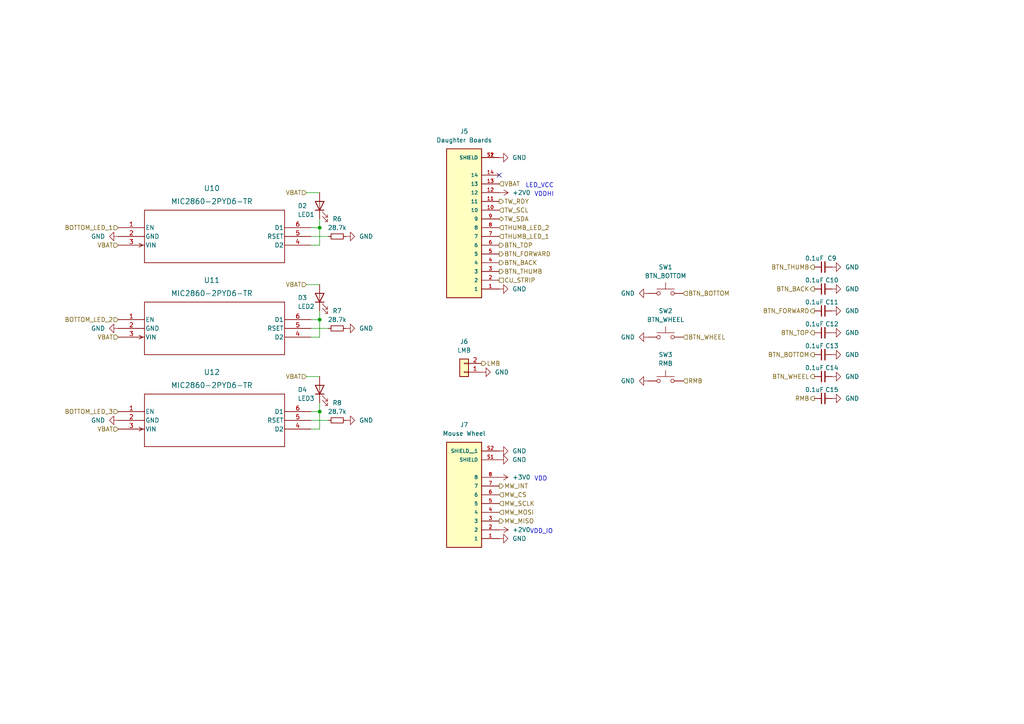
<source format=kicad_sch>
(kicad_sch (version 20230121) (generator eeschema)
  (paper "A4")
  (lib_symbols
    (symbol "2v:+2V" (power) (pin_numbers hide) (pin_names (offset 0) hide) (in_bom no) (on_board no)
      (property "Value" "+2V" (at 0 3.8 0))
      (symbol "+2V_0_1"
        (polyline (pts (xy -0.7623 1.3733) (xy -0.0003 2.6433)))
        (polyline (pts (xy -0.0003 2.6433) (xy 0.7617 1.3733)))
        (polyline (pts (xy 0 0) (xy 0 2.54)))
      )
      (symbol "+2V_1_1"
        (pin power_in line (at 0 0 90) (length 0) hide (name "+2V0") (number "1"))
      )
    )
    (symbol "Connector_Generic:Conn_01x02" (pin_names (offset 1.016) hide)
      (property "Reference" "J" (at 0 2.54 0))
      (property "Value" "Conn_01x02" (at 0 -5.08 0))
      (symbol "Conn_01x02_1_1"
        (rectangle (start -1.27 -2.413) (end 0 -2.667) (stroke (width 0.1524)))
        (rectangle (start -1.27 0.127) (end 0 -0.127) (stroke (width 0.1524)))
        (rectangle (start -1.27 1.27) (end 1.27 -3.81) (stroke (width 0.254)) (fill (type background)))
        (pin passive line (at -5.08 0 0) (length 3.81) (name "Pin_1") (number "1"))
        (pin passive line (at -5.08 -2.54 0) (length 3.81) (name "Pin_2") (number "2"))
      )
    )
    (symbol "Device:C_Small" (pin_numbers hide) (pin_names (offset 0.254) hide)
      (property "Reference" "C" (at 0.254 1.778 0))
      (property "Value" "C_Small" (at 0.254 -2.032 0))
      (symbol "C_Small_0_1"
        (polyline (pts (xy -1.524 -0.508) (xy 1.524 -0.508)) (stroke (width 0.3302)))
        (polyline (pts (xy -1.524 0.508) (xy 1.524 0.508)) (stroke (width 0.3048)))
      )
      (symbol "C_Small_1_1"
        (pin passive line (at 0 2.54 270) (length 2.032) (name "~") (number "1"))
        (pin passive line (at 0 -2.54 90) (length 2.032) (name "~") (number "2"))
      )
    )
    (symbol "Device:LED" (pin_numbers hide) (pin_names (offset 1.016) hide)
      (property "Reference" "D" (at 0 2.54 0))
      (property "Value" "LED" (at 0 -2.54 0))
      (symbol "LED_0_1"
        (polyline (pts (xy -1.27 -1.27) (xy -1.27 1.27)) (stroke (width 0.254)))
        (polyline (pts (xy -1.27 0) (xy 1.27 0)))
        (polyline (pts (xy 1.27 -1.27) (xy 1.27 1.27) (xy -1.27 0) (xy 1.27 -1.27)) (stroke (width 0.254)))
        (polyline (pts (xy -3.048 -0.762) (xy -4.572 -2.286) (xy -3.81 -2.286) (xy -4.572 -2.286) (xy -4.572 -1.524)))
        (polyline (pts (xy -1.778 -0.762) (xy -3.302 -2.286) (xy -2.54 -2.286) (xy -3.302 -2.286) (xy -3.302 -1.524)))
      )
      (symbol "LED_1_1"
        (pin passive line (at -3.81 0 0) (length 2.54) (name "K") (number "1"))
        (pin passive line (at 3.81 0 180) (length 2.54) (name "A") (number "2"))
      )
    )
    (symbol "Device:R_Small" (pin_numbers hide) (pin_names (offset 0.254) hide)
      (property "Reference" "R" (at 0.762 0.508 0))
      (property "Value" "R_Small" (at 0.762 -1.016 0))
      (symbol "R_Small_0_1"
        (rectangle (start -0.762 1.778) (end 0.762 -1.778) (stroke (width 0.2032)))
      )
      (symbol "R_Small_1_1"
        (pin passive line (at 0 2.54 270) (length 0.762) (name "~") (number "1"))
        (pin passive line (at 0 -2.54 90) (length 0.762) (name "~") (number "2"))
      )
    )
    (symbol "FFC 14:1-1734742-4" (pin_names (offset 1.016))
      (property "Reference" "J" (at -5.08 21.59 0))
      (property "Value" "1-1734742-4" (at -5.08 -24.13 0))
      (symbol "1-1734742-4_0_0"
        (rectangle (start -5.08 -22.86) (end 5.08 20.32) (stroke (width 0.254)) (fill (type background)))
        (pin passive line (at -10.16 17.78 0) (length 5.08) (name "1") (number "1"))
        (pin passive line (at -10.16 -5.08 0) (length 5.08) (name "10") (number "10"))
        (pin passive line (at -10.16 -7.62 0) (length 5.08) (name "11") (number "11"))
        (pin passive line (at -10.16 -10.16 0) (length 5.08) (name "12") (number "12"))
        (pin passive line (at -10.16 -12.7 0) (length 5.08) (name "13") (number "13"))
        (pin passive line (at -10.16 -15.24 0) (length 5.08) (name "14") (number "14"))
        (pin passive line (at -10.16 15.24 0) (length 5.08) (name "2") (number "2"))
        (pin passive line (at -10.16 12.7 0) (length 5.08) (name "3") (number "3"))
        (pin passive line (at -10.16 10.16 0) (length 5.08) (name "4") (number "4"))
        (pin passive line (at -10.16 7.62 0) (length 5.08) (name "5") (number "5"))
        (pin passive line (at -10.16 5.08 0) (length 5.08) (name "6") (number "6"))
        (pin passive line (at -10.16 2.54 0) (length 5.08) (name "7") (number "7"))
        (pin passive line (at -10.16 0 0) (length 5.08) (name "8") (number "8"))
        (pin passive line (at -10.16 -2.54 0) (length 5.08) (name "9") (number "9"))
        (pin passive line (at -10.16 -20.32 0) (length 5.08) (name "SHIELD") (number "S1"))
        (pin passive line (at -10.16 -20.32 0) (length 5.08) (name "SHIELD") (number "S2"))
      )
    )
    (symbol "FFC 8:1734742-8" (pin_names (offset 1.016))
      (property "Reference" "J" (at -5.08 13.97 0))
      (property "Value" "1734742-8" (at -5.08 -19.05 0))
      (symbol "1734742-8_0_0"
        (rectangle (start -5.08 -17.78) (end 5.08 12.7) (stroke (width 0.254)) (fill (type background)))
        (pin passive line (at -10.16 10.16 0) (length 5.08) (name "1") (number "1"))
        (pin passive line (at -10.16 7.62 0) (length 5.08) (name "2") (number "2"))
        (pin passive line (at -10.16 5.08 0) (length 5.08) (name "3") (number "3"))
        (pin passive line (at -10.16 2.54 0) (length 5.08) (name "4") (number "4"))
        (pin passive line (at -10.16 0 0) (length 5.08) (name "5") (number "5"))
        (pin passive line (at -10.16 -2.54 0) (length 5.08) (name "6") (number "6"))
        (pin passive line (at -10.16 -5.08 0) (length 5.08) (name "7") (number "7"))
        (pin passive line (at -10.16 -7.62 0) (length 5.08) (name "8") (number "8"))
        (pin passive line (at -10.16 -12.7 0) (length 5.08) (name "SHIELD") (number "S1"))
        (pin passive line (at -10.16 -15.24 0) (length 5.08) (name "SHIELD__1") (number "S2"))
      )
    )
    (symbol "LED Driver:MIC2860-2PYD6-TR" (pin_names (offset 0.254))
      (property "Reference" "U" (at 27.94 10.16 0))
      (property "Value" "MIC2860-2PYD6-TR" (at 27.94 7.62 0))
      (symbol "MIC2860-2PYD6-TR_0_1"
        (polyline (pts (xy 7.0993 -5.08) (xy 6.0579 -5.6007)) (stroke (width 0.2032)))
        (polyline (pts (xy 7.0993 -5.08) (xy 6.0579 -4.5593)) (stroke (width 0.2032)))
        (polyline (pts (xy 7.62 -10.16) (xy 48.26 -10.16)) (stroke (width 0.2032)))
        (polyline (pts (xy 7.62 5.08) (xy 7.62 -10.16)) (stroke (width 0.2032)))
        (polyline (pts (xy 48.26 -10.16) (xy 48.26 5.08)) (stroke (width 0.2032)))
        (polyline (pts (xy 48.26 5.08) (xy 7.62 5.08)) (stroke (width 0.2032)))
        (pin unspecified line (at 0 0 0) (length 7.62) (name "EN") (number "1"))
        (pin power_in line (at 0 -2.54 0) (length 7.62) (name "GND") (number "2"))
        (pin input line (at 0 -5.08 0) (length 7.62) (name "VIN") (number "3"))
        (pin unspecified line (at 55.88 -5.08 180) (length 7.62) (name "D2") (number "4"))
        (pin unspecified line (at 55.88 -2.54 180) (length 7.62) (name "RSET") (number "5"))
        (pin unspecified line (at 55.88 0 180) (length 7.62) (name "D1") (number "6"))
      )
    )
    (symbol "Switch:SW_Push" (pin_numbers hide) (pin_names (offset 1.016) hide)
      (property "Reference" "SW" (at 1.27 2.54 0))
      (property "Value" "SW_Push" (at 0 -1.524 0))
      (symbol "SW_Push_0_1"
        (circle (center -2.032 0) (radius 0.508))
        (polyline (pts (xy 0 1.27) (xy 0 3.048)))
        (polyline (pts (xy 2.54 1.27) (xy -2.54 1.27)))
        (circle (center 2.032 0) (radius 0.508))
        (pin passive line (at -5.08 0 0) (length 2.54) (name "1") (number "1"))
        (pin passive line (at 5.08 0 180) (length 2.54) (name "2") (number "2"))
      )
    )
    (symbol "power:+3V0" (power) (pin_names (offset 0))
      (property "Value" "+3V0" (at 0 3.556 0))
      (symbol "+3V0_0_1"
        (polyline (pts (xy -0.762 1.27) (xy 0 2.54)))
        (polyline (pts (xy 0 0) (xy 0 2.54)))
        (polyline (pts (xy 0 2.54) (xy 0.762 1.27)))
      )
      (symbol "+3V0_1_1"
        (pin power_in line (at 0 0 90) (length 0) hide (name "+3V0") (number "1"))
      )
    )
    (symbol "power:GND" (power) (pin_names (offset 0))
      (property "Value" "GND" (at 0 -3.81 0))
      (symbol "GND_0_1"
        (polyline (pts (xy 0 0) (xy 0 -1.27) (xy 1.27 -1.27) (xy 0 -2.54) (xy -1.27 -1.27) (xy 0 -1.27)))
      )
      (symbol "GND_1_1"
        (pin power_in line (at 0 0 270) (length 0) hide (name "GND") (number "1"))
      )
    )
  )
  (junction (at 92.71 66.04))
  (junction (at 92.71 119.38))
  (junction (at 92.71 92.71))
  (no_connect (at 144.78 50.8))
  (wire (pts (xy 92.71 82.55) (xy 88.9 82.55)))
  (wire (pts (xy 92.71 63.5) (xy 92.71 66.04)))
  (wire (pts (xy 92.71 55.88) (xy 88.9 55.88)))
  (wire (pts (xy 92.71 124.46) (xy 90.17 124.46)))
  (wire (pts (xy 92.71 90.17) (xy 92.71 92.71)))
  (wire (pts (xy 92.71 92.71) (xy 90.17 92.71)))
  (wire (pts (xy 92.71 92.71) (xy 92.71 97.79)))
  (wire (pts (xy 92.71 109.22) (xy 88.9 109.22)))
  (wire (pts (xy 92.71 66.04) (xy 92.71 71.12)))
  (wire (pts (xy 92.71 119.38) (xy 90.17 119.38)))
  (wire (pts (xy 92.71 119.38) (xy 92.71 124.46)))
  (wire (pts (xy 92.71 116.84) (xy 92.71 119.38)))
  (wire (pts (xy 92.71 97.79) (xy 90.17 97.79)))
  (wire (pts (xy 92.71 66.04) (xy 90.17 66.04)))
  (wire (pts (xy 95.25 68.58) (xy 90.17 68.58)))
  (wire (pts (xy 95.25 95.25) (xy 90.17 95.25)))
  (wire (pts (xy 95.25 121.92) (xy 90.17 121.92)))
  (wire (pts (xy 92.71 71.12) (xy 90.17 71.12)))
  (text "VDD_IO\n" (at 153.67 154.94 0) (effects (font (size 1.27 1.27)) (justify left bottom)))
  (text "VDDHI" (at 154.94 57.15 0) (effects (font (size 1.27 1.27)) (justify left bottom)))
  (text "LED_VCC" (at 152.4 54.61 0) (effects (font (size 1.27 1.27)) (justify left bottom)))
  (text "VDD" (at 154.94 139.7 0) (effects (font (size 1.27 1.27)) (justify left bottom)))
  (hierarchical_label "MW_SCLK" (shape input) (at 144.78 146.05 0))
  (hierarchical_label "MW_MOSI" (shape input) (at 144.78 148.59 0))
  (hierarchical_label "BTN_TOP" (shape output) (at 144.78 71.12 0))
  (hierarchical_label "RMB" (shape output) (at 236.22 115.57 180))
  (hierarchical_label "THUMB_LED_1" (shape input) (at 144.78 68.58 0))
  (hierarchical_label "BOTTOM_LED_2" (shape input) (at 34.29 92.71 180))
  (hierarchical_label "VBAT" (shape input) (at 88.9 82.55 180))
  (hierarchical_label "MW_MISO" (shape output) (at 144.78 151.13 0))
  (hierarchical_label "MW_CS" (shape input) (at 144.78 143.51 0))
  (hierarchical_label "BTN_BACK" (shape output) (at 144.78 76.2 0))
  (hierarchical_label "BTN_FORWARD" (shape output) (at 236.22 90.17 180))
  (hierarchical_label "BTN_THUMB" (shape output) (at 144.78 78.74 0))
  (hierarchical_label "VBAT" (shape input) (at 34.29 71.12 180))
  (hierarchical_label "MW_INT" (shape output) (at 144.78 140.97 0))
  (hierarchical_label "BTN_TOP" (shape output) (at 236.22 96.52 180))
  (hierarchical_label "TW_RDY" (shape output) (at 144.78 58.42 0))
  (hierarchical_label "VBAT" (shape input) (at 144.78 53.34 0))
  (hierarchical_label "VBAT" (shape input) (at 88.9 109.22 180))
  (hierarchical_label "TW_SCL" (shape input) (at 144.78 60.96 0))
  (hierarchical_label "BTN_WHEEL" (shape output) (at 236.22 109.22 180))
  (hierarchical_label "BTN_WHEEL" (shape input) (at 198.12 97.79 0))
  (hierarchical_label "BTN_BACK" (shape output) (at 236.22 83.82 180))
  (hierarchical_label "BTN_BOTTOM" (shape output) (at 236.22 102.87 180))
  (hierarchical_label "VBAT" (shape input) (at 34.29 124.46 180))
  (hierarchical_label "BOTTOM_LED_1" (shape input) (at 34.29 66.04 180))
  (hierarchical_label "LMB" (shape output) (at 139.7 105.41 0))
  (hierarchical_label "THUMB_LED_2" (shape input) (at 144.78 66.04 0))
  (hierarchical_label "BOTTOM_LED_3" (shape input) (at 34.29 119.38 180))
  (hierarchical_label "TW_SDA" (shape bidirectional) (at 144.78 63.5 0))
  (hierarchical_label "CU_STRIP" (shape passive) (at 144.78 81.28 0))
  (hierarchical_label "RMB" (shape input) (at 198.12 110.49 0))
  (hierarchical_label "BTN_BOTTOM" (shape input) (at 198.12 85.09 0))
  (hierarchical_label "VBAT" (shape input) (at 34.29 97.79 180))
  (hierarchical_label "BTN_THUMB" (shape output) (at 236.22 77.47 180))
  (hierarchical_label "BTN_FORWARD" (shape output) (at 144.78 73.66 0))
  (hierarchical_label "VBAT" (shape input) (at 88.9 55.88 180))
  (symbol (lib_id "Connector_Generic:Conn_01x02") (at 134.62 107.95 180) (unit 1)
    (property "Reference" "J6" (at 134.62 99.06 0))
    (property "Value" "LMB" (at 134.62 101.6 0))
    (property "Footprint" "Connector_PinHeader_2.00mm:PinHeader_1x02_P2.00mm_Vertical" (effects hide))
  )
  (symbol (lib_id "power:GND") (at 187.96 97.79 270) (unit 1)
    (property "Reference" "#PWR048" (effects hide))
    (property "Value" "GND" (at 184.15 97.7899 90) (effects (justify right)))
  )
  (symbol (lib_id "Switch:SW_Push") (at 193.04 85.09 0) (unit 1)
    (property "Reference" "SW1" (at 193.04 77.47 0))
    (property "Value" "BTN_BOTTOM" (at 193.04 80.01 0))
    (property "Footprint" "Bottom Button:MCSLPT4644B1TR" (effects hide))
  )
  (symbol (lib_id "power:GND") (at 241.3 115.57 90) (unit 1)
    (property "Reference" "#PWR056" (effects hide))
    (property "Value" "GND" (at 245.11 115.5699 90) (effects (justify right)))
  )
  (symbol (lib_id "LED Driver:MIC2860-2PYD6-TR") (at 34.29 66.04 0) (unit 1)
    (property "Reference" "U10" (at 61.4489 54.61 0) (effects (font (size 1.524 1.524))))
    (property "Value" "MIC2860-2PYD6-TR" (at 61.4489 58.42 0) (effects (font (size 1.524 1.524))))
    (property "Footprint" "LED Driver:TSOT-23-6_D6_MCH" (effects hide))
    (property "Datasheet" "MIC2860-2PYD6-TR" (effects hide))
  )
  (symbol (lib_id "Device:C_Small") (at 238.76 109.22 90) (unit 1)
    (property "Reference" "C14" (at 241.3 106.68 90))
    (property "Value" "0.1uF" (at 236.22 106.68 90))
    (property "Footprint" "Capacitor_SMD:C_0603_1608Metric" (effects hide))
  )
  (symbol (lib_id "power:GND") (at 241.3 83.82 90) (unit 1)
    (property "Reference" "#PWR051" (effects hide))
    (property "Value" "GND" (at 245.11 83.8199 90) (effects (justify right)))
  )
  (symbol (lib_id "power:GND") (at 100.33 68.58 90) (unit 1)
    (property "Reference" "#PWR035" (effects hide))
    (property "Value" "GND" (at 104.14 68.5799 90) (effects (justify right)))
  )
  (symbol (lib_id "power:GND") (at 144.78 133.35 90) (unit 1)
    (property "Reference" "#PWR043" (effects hide))
    (property "Value" "GND" (at 148.59 133.3499 90) (effects (justify right)))
  )
  (symbol (lib_id "power:GND") (at 144.78 83.82 90) (unit 1)
    (property "Reference" "#PWR041" (effects hide))
    (property "Value" "GND" (at 148.59 83.8199 90) (effects (justify right)))
  )
  (symbol (lib_id "Device:LED") (at 92.71 113.03 90) (unit 1)
    (property "Reference" "D4" (at 86.36 113.03 90) (effects (justify right)))
    (property "Value" "LED3" (at 86.36 115.57 90) (effects (justify right)))
    (property "Footprint" "LED_SMD:LED_0603_1608Metric" (effects hide))
  )
  (symbol (lib_id "Device:C_Small") (at 238.76 83.82 90) (unit 1)
    (property "Reference" "C10" (at 241.3 81.28 90))
    (property "Value" "0.1uF" (at 236.22 81.28 90))
    (property "Footprint" "Capacitor_SMD:C_0603_1608Metric" (effects hide))
  )
  (symbol (lib_id "Device:R_Small") (at 97.79 121.92 90) (unit 1)
    (property "Reference" "R8" (at 97.79 116.84 90))
    (property "Value" "28.7k" (at 97.79 119.38 90))
    (property "Footprint" "Resistor_SMD:R_0603_1608Metric" (effects hide))
  )
  (symbol (lib_id "power:GND") (at 187.96 110.49 270) (unit 1)
    (property "Reference" "#PWR049" (effects hide))
    (property "Value" "GND" (at 184.15 110.4899 90) (effects (justify right)))
  )
  (symbol (lib_id "power:GND") (at 100.33 95.25 90) (unit 1)
    (property "Reference" "#PWR036" (effects hide))
    (property "Value" "GND" (at 104.14 95.2499 90) (effects (justify right)))
  )
  (symbol (lib_id "power:GND") (at 34.29 121.92 270) (unit 1)
    (property "Reference" "#PWR034" (effects hide))
    (property "Value" "GND" (at 30.48 121.9199 90) (effects (justify right)))
  )
  (symbol (lib_id "power:GND") (at 34.29 95.25 270) (unit 1)
    (property "Reference" "#PWR033" (effects hide))
    (property "Value" "GND" (at 30.48 95.2499 90) (effects (justify right)))
  )
  (symbol (lib_id "power:GND") (at 100.33 121.92 90) (unit 1)
    (property "Reference" "#PWR037" (effects hide))
    (property "Value" "GND" (at 104.14 121.9199 90) (effects (justify right)))
  )
  (symbol (lib_id "LED Driver:MIC2860-2PYD6-TR") (at 34.29 119.38 0) (unit 1)
    (property "Reference" "U12" (at 61.4489 107.95 0) (effects (font (size 1.524 1.524))))
    (property "Value" "MIC2860-2PYD6-TR" (at 61.4489 111.76 0) (effects (font (size 1.524 1.524))))
    (property "Footprint" "LED Driver:TSOT-23-6_D6_MCH" (effects hide))
    (property "Datasheet" "MIC2860-2PYD6-TR" (effects hide))
  )
  (symbol (lib_id "Device:C_Small") (at 238.76 115.57 90) (unit 1)
    (property "Reference" "C15" (at 241.3 113.03 90))
    (property "Value" "0.1uF" (at 236.22 113.03 90))
    (property "Footprint" "Capacitor_SMD:C_0603_1608Metric" (effects hide))
  )
  (symbol (lib_id "FFC 14:1-1734742-4") (at 134.62 66.04 180) (unit 1)
    (property "Reference" "J5" (at 134.62 38.1 0))
    (property "Value" "Daughter Boards" (at 134.62 40.64 0))
    (property "Footprint" "FFC:TE_1-1734742-4" (effects hide))
    (property "Datasheet" "https://www.azoteq.com/product/iqs624/" (effects hide))
    (property "Comment" "1-1734742-4" (effects hide))
    (property "DigiKey_Part_Number" "A100234TR-ND" (effects hide))
    (property "MF" "TE Connectivity" (effects hide))
    (property "MAXIMUM_PACKAGE_HEIGHT" "5.30mm" (effects hide))
    (property "Package" "None" (effects hide))
    (property "Check_prices" "https://www.snapeda.com/parts/1-1734742-4/TE+Connectivity+AMP+Connectors/view-part/?ref=eda" (effects hide))
    (property "STANDARD" "Manufacturer Recommendations" (effects hide))
    (property "PARTREV" "P" (effects hide))
    (property "SnapEDA_Link" "https://www.snapeda.com/parts/1-1734742-4/TE+Connectivity+AMP+Connectors/view-part/?ref=snap" (effects hide))
    (property "MP" "1-1734742-4" (effects hide))
    (property "Purchase-URL" "https://www.snapeda.com/api/url_track_click_mouser/?unipart_id=482945&manufacturer=TE Connectivity&part_name=1-1734742-4&search_term=None" (effects hide))
    (property "EU_RoHS_Compliance" "Compliant" (effects hide))
    (property "Description" "\nFfc / Fpc Board Connector, Surface Mount, Receptacle, 14, 0.5 Mm\n" (effects hide))
    (property "MANUFACTURER" "TE Connectivity" (effects hide))
  )
  (symbol (lib_id "Device:C_Small") (at 238.76 90.17 90) (unit 1)
    (property "Reference" "C11" (at 241.3 87.63 90))
    (property "Value" "0.1uF" (at 236.22 87.63 90))
    (property "Footprint" "Capacitor_SMD:C_0603_1608Metric" (effects hide))
  )
  (symbol (lib_id "power:GND") (at 139.7 107.95 90) (unit 1)
    (property "Reference" "#PWR038" (effects hide))
    (property "Value" "GND" (at 143.51 107.9499 90) (effects (justify right)))
  )
  (symbol (lib_id "FFC 8:1734742-8") (at 134.62 146.05 180) (unit 1)
    (property "Reference" "J7" (at 134.62 123.19 0))
    (property "Value" "Mouse Wheel" (at 134.62 125.73 0))
    (property "Footprint" "FFC:TE_1734742-8" (effects hide))
    (property "Datasheet" "https://www.melexis.com/en/product/MLX90393/Triaxis-Micropower-Magnetometer" (effects hide))
    (property "PARTREV" "P" (effects hide))
    (property "MANUFACTURER" "TE Connectivity" (effects hide))
    (property "MAXIMUM_PACKAGE_HEIGHT" "5.30mm" (effects hide))
    (property "STANDARD" "Manufacturer Recommendations" (effects hide))
  )
  (symbol (lib_id "Device:LED") (at 92.71 59.69 90) (unit 1)
    (property "Reference" "D2" (at 86.36 59.69 90) (effects (justify right)))
    (property "Value" "LED1" (at 86.36 62.23 90) (effects (justify right)))
    (property "Footprint" "LED_SMD:LED_0603_1608Metric" (effects hide))
    (property "Datasheet" "https://www.digikey.com/en/products/detail/vishay-semiconductor-opto-division/VLMW1300-GS08/2813353" (effects hide))
  )
  (symbol (lib_id "Device:C_Small") (at 238.76 102.87 90) (unit 1)
    (property "Reference" "C13" (at 241.3 100.33 90))
    (property "Value" "0.1uF" (at 236.22 100.33 90))
    (property "Footprint" "Capacitor_SMD:C_0603_1608Metric" (effects hide))
  )
  (symbol (lib_id "power:GND") (at 34.29 68.58 270) (unit 1)
    (property "Reference" "#PWR032" (effects hide))
    (property "Value" "GND" (at 30.48 68.5799 90) (effects (justify right)))
  )
  (symbol (lib_id "Switch:SW_Push") (at 193.04 97.79 0) (unit 1)
    (property "Reference" "SW2" (at 193.04 90.17 0))
    (property "Value" "BTN_WHEEL" (at 193.04 92.71 0))
    (property "Footprint" "Button_Switch_SMD:SW_Push_1P1T_NO_CK_KSC6xxJ" (effects hide))
  )
  (symbol (lib_id "Switch:SW_Push") (at 193.04 110.49 0) (unit 1)
    (property "Reference" "SW3" (at 193.04 102.87 0))
    (property "Value" "RMB" (at 193.04 105.41 0))
    (property "Footprint" "Silent Switch:SW_D2FC_OMR" (effects hide))
  )
  (symbol (lib_id "2v:+2V") (at 144.78 55.88 270) (unit 1) (in_bom no) (on_board no)
    (property "Reference" "#PWR040" (effects hide))
    (property "Value" "+2V" (at 148.59 55.8796 90) (effects (justify left)))
  )
  (symbol (lib_id "power:GND") (at 241.3 109.22 90) (unit 1)
    (property "Reference" "#PWR055" (effects hide))
    (property "Value" "GND" (at 245.11 109.2199 90) (effects (justify right)))
  )
  (symbol (lib_id "power:GND") (at 241.3 102.87 90) (unit 1)
    (property "Reference" "#PWR054" (effects hide))
    (property "Value" "GND" (at 245.11 102.8699 90) (effects (justify right)))
  )
  (symbol (lib_id "power:+3V0") (at 144.78 138.43 270) (unit 1)
    (property "Reference" "#PWR044" (effects hide))
    (property "Value" "+3V0" (at 148.59 138.4299 90) (effects (justify left)))
  )
  (symbol (lib_id "power:GND") (at 144.78 45.72 90) (unit 1)
    (property "Reference" "#PWR039" (effects hide))
    (property "Value" "GND" (at 148.59 45.7199 90) (effects (justify right)))
  )
  (symbol (lib_id "Device:C_Small") (at 238.76 77.47 90) (unit 1)
    (property "Reference" "C9" (at 241.3 74.93 90))
    (property "Value" "0.1uF" (at 236.22 74.93 90))
    (property "Footprint" "Capacitor_SMD:C_0603_1608Metric" (effects hide))
  )
  (symbol (lib_id "power:GND") (at 187.96 85.09 270) (unit 1)
    (property "Reference" "#PWR047" (effects hide))
    (property "Value" "GND" (at 184.15 85.0899 90) (effects (justify right)))
  )
  (symbol (lib_id "Device:LED") (at 92.71 86.36 90) (unit 1)
    (property "Reference" "D3" (at 86.36 86.36 90) (effects (justify right)))
    (property "Value" "LED2" (at 86.36 88.9 90) (effects (justify right)))
    (property "Footprint" "LED_SMD:LED_0603_1608Metric" (effects hide))
  )
  (symbol (lib_id "power:GND") (at 241.3 96.52 90) (unit 1)
    (property "Reference" "#PWR053" (effects hide))
    (property "Value" "GND" (at 245.11 96.5199 90) (effects (justify right)))
  )
  (symbol (lib_id "power:GND") (at 241.3 90.17 90) (unit 1)
    (property "Reference" "#PWR052" (effects hide))
    (property "Value" "GND" (at 245.11 90.1699 90) (effects (justify right)))
  )
  (symbol (lib_id "power:GND") (at 241.3 77.47 90) (unit 1)
    (property "Reference" "#PWR050" (effects hide))
    (property "Value" "GND" (at 245.11 77.4699 90) (effects (justify right)))
  )
  (symbol (lib_id "power:GND") (at 144.78 156.21 90) (unit 1)
    (property "Reference" "#PWR046" (effects hide))
    (property "Value" "GND" (at 148.59 156.2099 90) (effects (justify right)))
  )
  (symbol (lib_id "power:GND") (at 144.78 130.81 90) (unit 1)
    (property "Reference" "#PWR042" (effects hide))
    (property "Value" "GND" (at 148.59 130.8099 90) (effects (justify right)))
  )
  (symbol (lib_id "2v:+2V") (at 144.78 153.67 270) (unit 1) (in_bom no) (on_board no)
    (property "Reference" "#PWR045" (effects hide))
    (property "Value" "+2V" (at 148.59 153.6696 90) (effects (justify left)))
  )
  (symbol (lib_id "Device:C_Small") (at 238.76 96.52 90) (unit 1)
    (property "Reference" "C12" (at 241.3 93.98 90))
    (property "Value" "0.1uF" (at 236.22 93.98 90))
    (property "Footprint" "Capacitor_SMD:C_0603_1608Metric" (effects hide))
  )
  (symbol (lib_id "Device:R_Small") (at 97.79 68.58 90) (unit 1)
    (property "Reference" "R6" (at 97.79 63.5 90))
    (property "Value" "28.7k" (at 97.79 66.04 90))
    (property "Footprint" "Resistor_SMD:R_0603_1608Metric" (effects hide))
  )
  (symbol (lib_id "LED Driver:MIC2860-2PYD6-TR") (at 34.29 92.71 0) (unit 1)
    (property "Reference" "U11" (at 61.4489 81.28 0) (effects (font (size 1.524 1.524))))
    (property "Value" "MIC2860-2PYD6-TR" (at 61.4489 85.09 0) (effects (font (size 1.524 1.524))))
    (property "Footprint" "LED Driver:TSOT-23-6_D6_MCH" (effects hide))
    (property "Datasheet" "MIC2860-2PYD6-TR" (effects hide))
  )
  (symbol (lib_id "Device:R_Small") (at 97.79 95.25 90) (unit 1)
    (property "Reference" "R7" (at 97.79 90.17 90))
    (property "Value" "28.7k" (at 97.79 92.71 90))
    (property "Footprint" "Resistor_SMD:R_0603_1608Metric" (effects hide))
  )
)
</source>
